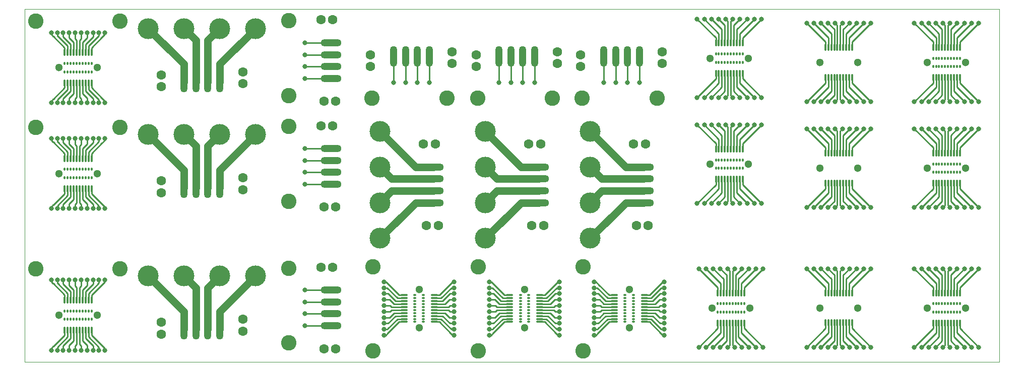
<source format=gbr>
G04 #@! TF.GenerationSoftware,KiCad,Pcbnew,(5.1.4)-1*
G04 #@! TF.CreationDate,2019-11-22T14:34:32-08:00*
G04 #@! TF.ProjectId,Type1 Termination Board v2 (UMPT_ TLH),54797065-3120-4546-9572-6d696e617469,rev?*
G04 #@! TF.SameCoordinates,Original*
G04 #@! TF.FileFunction,Copper,L1,Top*
G04 #@! TF.FilePolarity,Positive*
%FSLAX46Y46*%
G04 Gerber Fmt 4.6, Leading zero omitted, Abs format (unit mm)*
G04 Created by KiCad (PCBNEW (5.1.4)-1) date 2019-11-22 14:34:32*
%MOMM*%
%LPD*%
G04 APERTURE LIST*
%ADD10C,0.050000*%
%ADD11O,0.300000X1.200000*%
%ADD12C,1.300000*%
%ADD13O,0.300000X0.600000*%
%ADD14O,0.600000X0.300000*%
%ADD15O,1.200000X0.300000*%
%ADD16C,2.600000*%
%ADD17O,1.250000X3.500000*%
%ADD18C,1.600000*%
%ADD19C,3.500000*%
%ADD20O,3.500000X1.250000*%
%ADD21C,0.800000*%
%ADD22C,0.250000*%
%ADD23C,1.250000*%
G04 APERTURE END LIST*
D10*
X175900000Y-70700000D02*
X175900000Y-71500000D01*
X12100000Y-71500000D02*
X12100000Y-12100000D01*
X175900000Y-71500000D02*
X12100000Y-71500000D01*
X175900000Y-12100000D02*
X175900000Y-70700000D01*
X12100000Y-12100000D02*
X175900000Y-12100000D01*
D11*
X147150000Y-18575000D03*
X149650000Y-18575000D03*
X148150000Y-18575000D03*
X148150000Y-23625000D03*
X151150000Y-18575000D03*
X147650000Y-23625000D03*
X148650000Y-23625000D03*
X149150000Y-23625000D03*
X146650000Y-18575000D03*
X151150000Y-23625000D03*
X150650000Y-23625000D03*
X148650000Y-18575000D03*
X147150000Y-23625000D03*
X150650000Y-18575000D03*
X146650000Y-23625000D03*
D12*
X145700000Y-21100000D03*
D11*
X150150000Y-18575000D03*
X149150000Y-18575000D03*
D12*
X152100000Y-21100000D03*
D11*
X147650000Y-18575000D03*
X149650000Y-23625000D03*
X150150000Y-23625000D03*
X147150000Y-36375000D03*
X149650000Y-36375000D03*
X148150000Y-36375000D03*
X148150000Y-41425000D03*
X151150000Y-36375000D03*
X147650000Y-41425000D03*
X148650000Y-41425000D03*
X149150000Y-41425000D03*
X146650000Y-36375000D03*
X151150000Y-41425000D03*
X150650000Y-41425000D03*
X148650000Y-36375000D03*
X147150000Y-41425000D03*
X150650000Y-36375000D03*
X146650000Y-41425000D03*
D12*
X145700000Y-38900000D03*
D11*
X150150000Y-36375000D03*
X149150000Y-36375000D03*
D12*
X152100000Y-38900000D03*
D11*
X147650000Y-36375000D03*
X149650000Y-41425000D03*
X150150000Y-41425000D03*
X147150000Y-59875000D03*
X149650000Y-59875000D03*
X148150000Y-59875000D03*
X148150000Y-64925000D03*
X151150000Y-59875000D03*
X147650000Y-64925000D03*
X148650000Y-64925000D03*
X149150000Y-64925000D03*
X146650000Y-59875000D03*
X151150000Y-64925000D03*
X150650000Y-64925000D03*
X148650000Y-59875000D03*
X147150000Y-64925000D03*
X150650000Y-59875000D03*
X146650000Y-64925000D03*
D12*
X145700000Y-62400000D03*
D11*
X150150000Y-59875000D03*
X149150000Y-59875000D03*
D12*
X152100000Y-62400000D03*
D11*
X147650000Y-59875000D03*
X149650000Y-64925000D03*
X150150000Y-64925000D03*
D13*
X166250000Y-63100000D03*
X167750000Y-63100000D03*
X168250000Y-63100000D03*
X165750000Y-63100000D03*
D11*
X166250000Y-64950000D03*
X165250000Y-64950000D03*
D13*
X169250000Y-63100000D03*
D11*
X168250000Y-59850000D03*
X168750000Y-59850000D03*
X166750000Y-64950000D03*
D13*
X165250000Y-63100000D03*
X168750000Y-63100000D03*
X164750000Y-63100000D03*
D11*
X167750000Y-59850000D03*
X166250000Y-59850000D03*
D13*
X167250000Y-63100000D03*
D11*
X167250000Y-59850000D03*
D13*
X169250000Y-61700000D03*
D11*
X166750000Y-59850000D03*
X167250000Y-64950000D03*
X164750000Y-59850000D03*
D12*
X170200000Y-62400000D03*
D11*
X165750000Y-64950000D03*
X165750000Y-59850000D03*
D13*
X168750000Y-61700000D03*
D12*
X163800000Y-62400000D03*
D11*
X165250000Y-59850000D03*
X169250000Y-64950000D03*
X168750000Y-64950000D03*
X168250000Y-64950000D03*
X167750000Y-64950000D03*
D13*
X166750000Y-63100000D03*
D11*
X164750000Y-64950000D03*
D13*
X165750000Y-61700000D03*
D11*
X169250000Y-59850000D03*
D13*
X166250000Y-61700000D03*
X167250000Y-61700000D03*
X164750000Y-61700000D03*
X166750000Y-61700000D03*
X167750000Y-61700000D03*
X168250000Y-61700000D03*
X165250000Y-61700000D03*
X166250000Y-39600000D03*
X167750000Y-39600000D03*
X168250000Y-39600000D03*
X165750000Y-39600000D03*
D11*
X166250000Y-41450000D03*
X165250000Y-41450000D03*
D13*
X169250000Y-39600000D03*
D11*
X168250000Y-36350000D03*
X168750000Y-36350000D03*
X166750000Y-41450000D03*
D13*
X165250000Y-39600000D03*
X168750000Y-39600000D03*
X164750000Y-39600000D03*
D11*
X167750000Y-36350000D03*
X166250000Y-36350000D03*
D13*
X167250000Y-39600000D03*
D11*
X167250000Y-36350000D03*
D13*
X169250000Y-38200000D03*
D11*
X166750000Y-36350000D03*
X167250000Y-41450000D03*
X164750000Y-36350000D03*
D12*
X170200000Y-38900000D03*
D11*
X165750000Y-41450000D03*
X165750000Y-36350000D03*
D13*
X168750000Y-38200000D03*
D12*
X163800000Y-38900000D03*
D11*
X165250000Y-36350000D03*
X169250000Y-41450000D03*
X168750000Y-41450000D03*
X168250000Y-41450000D03*
X167750000Y-41450000D03*
D13*
X166750000Y-39600000D03*
D11*
X164750000Y-41450000D03*
D13*
X165750000Y-38200000D03*
D11*
X169250000Y-36350000D03*
D13*
X166250000Y-38200000D03*
X167250000Y-38200000D03*
X164750000Y-38200000D03*
X166750000Y-38200000D03*
X167750000Y-38200000D03*
X168250000Y-38200000D03*
X165250000Y-38200000D03*
X166250000Y-21800000D03*
X167750000Y-21800000D03*
X168250000Y-21800000D03*
X165750000Y-21800000D03*
D11*
X166250000Y-23650000D03*
X165250000Y-23650000D03*
D13*
X169250000Y-21800000D03*
D11*
X168250000Y-18550000D03*
X168750000Y-18550000D03*
X166750000Y-23650000D03*
D13*
X165250000Y-21800000D03*
X168750000Y-21800000D03*
X164750000Y-21800000D03*
D11*
X167750000Y-18550000D03*
X166250000Y-18550000D03*
D13*
X167250000Y-21800000D03*
D11*
X167250000Y-18550000D03*
D13*
X169250000Y-20400000D03*
D11*
X166750000Y-18550000D03*
X167250000Y-23650000D03*
X164750000Y-18550000D03*
D12*
X170200000Y-21100000D03*
D11*
X165750000Y-23650000D03*
X165750000Y-18550000D03*
D13*
X168750000Y-20400000D03*
D12*
X163800000Y-21100000D03*
D11*
X165250000Y-18550000D03*
X169250000Y-23650000D03*
X168750000Y-23650000D03*
X168250000Y-23650000D03*
X167750000Y-23650000D03*
D13*
X166750000Y-21800000D03*
D11*
X164750000Y-23650000D03*
D13*
X165750000Y-20400000D03*
D11*
X169250000Y-18550000D03*
D13*
X166250000Y-20400000D03*
X167250000Y-20400000D03*
X164750000Y-20400000D03*
X166750000Y-20400000D03*
X167750000Y-20400000D03*
X168250000Y-20400000D03*
X165250000Y-20400000D03*
X130050000Y-63100000D03*
X131550000Y-63100000D03*
X132050000Y-63100000D03*
X129550000Y-63100000D03*
D11*
X130050000Y-64950000D03*
X129050000Y-64950000D03*
D13*
X133050000Y-63100000D03*
D11*
X132050000Y-59850000D03*
X132550000Y-59850000D03*
X130550000Y-64950000D03*
D13*
X129050000Y-63100000D03*
X132550000Y-63100000D03*
X128550000Y-63100000D03*
D11*
X131550000Y-59850000D03*
X130050000Y-59850000D03*
D13*
X131050000Y-63100000D03*
D11*
X131050000Y-59850000D03*
D13*
X133050000Y-61700000D03*
D11*
X130550000Y-59850000D03*
X131050000Y-64950000D03*
X128550000Y-59850000D03*
D12*
X134000000Y-62400000D03*
D11*
X129550000Y-64950000D03*
X129550000Y-59850000D03*
D13*
X132550000Y-61700000D03*
D12*
X127600000Y-62400000D03*
D11*
X129050000Y-59850000D03*
X133050000Y-64950000D03*
X132550000Y-64950000D03*
X132050000Y-64950000D03*
X131550000Y-64950000D03*
D13*
X130550000Y-63100000D03*
D11*
X128550000Y-64950000D03*
D13*
X129550000Y-61700000D03*
D11*
X133050000Y-59850000D03*
D13*
X130050000Y-61700000D03*
X131050000Y-61700000D03*
X128550000Y-61700000D03*
X130550000Y-61700000D03*
X131550000Y-61700000D03*
X132050000Y-61700000D03*
X129050000Y-61700000D03*
X131250000Y-37500000D03*
X129750000Y-37500000D03*
X129250000Y-37500000D03*
X131750000Y-37500000D03*
D11*
X131250000Y-35650000D03*
X132250000Y-35650000D03*
D13*
X128250000Y-37500000D03*
D11*
X129250000Y-40750000D03*
X128750000Y-40750000D03*
X130750000Y-35650000D03*
D13*
X132250000Y-37500000D03*
X128750000Y-37500000D03*
X132750000Y-37500000D03*
D11*
X129750000Y-40750000D03*
X131250000Y-40750000D03*
D13*
X130250000Y-37500000D03*
D11*
X130250000Y-40750000D03*
D13*
X128250000Y-38900000D03*
D11*
X130750000Y-40750000D03*
X130250000Y-35650000D03*
X132750000Y-40750000D03*
D12*
X127300000Y-38200000D03*
D11*
X131750000Y-35650000D03*
X131750000Y-40750000D03*
D13*
X128750000Y-38900000D03*
D12*
X133700000Y-38200000D03*
D11*
X132250000Y-40750000D03*
X128250000Y-35650000D03*
X128750000Y-35650000D03*
X129250000Y-35650000D03*
X129750000Y-35650000D03*
D13*
X130750000Y-37500000D03*
D11*
X132750000Y-35650000D03*
D13*
X131750000Y-38900000D03*
D11*
X128250000Y-40750000D03*
D13*
X131250000Y-38900000D03*
X130250000Y-38900000D03*
X132750000Y-38900000D03*
X130750000Y-38900000D03*
X129750000Y-38900000D03*
X129250000Y-38900000D03*
X132250000Y-38900000D03*
X131250000Y-19700000D03*
X129750000Y-19700000D03*
X129250000Y-19700000D03*
X131750000Y-19700000D03*
D11*
X131250000Y-17850000D03*
X132250000Y-17850000D03*
D13*
X128250000Y-19700000D03*
D11*
X129250000Y-22950000D03*
X128750000Y-22950000D03*
X130750000Y-17850000D03*
D13*
X132250000Y-19700000D03*
X128750000Y-19700000D03*
X132750000Y-19700000D03*
D11*
X129750000Y-22950000D03*
X131250000Y-22950000D03*
D13*
X130250000Y-19700000D03*
D11*
X130250000Y-22950000D03*
D13*
X128250000Y-21100000D03*
D11*
X130750000Y-22950000D03*
X130250000Y-17850000D03*
X132750000Y-22950000D03*
D12*
X127300000Y-20400000D03*
D11*
X131750000Y-17850000D03*
X131750000Y-22950000D03*
D13*
X128750000Y-21100000D03*
D12*
X133700000Y-20400000D03*
D11*
X132250000Y-22950000D03*
X128250000Y-17850000D03*
X128750000Y-17850000D03*
X129250000Y-17850000D03*
X129750000Y-17850000D03*
D13*
X130750000Y-19700000D03*
D11*
X132750000Y-17850000D03*
D13*
X131750000Y-21100000D03*
D11*
X128250000Y-22950000D03*
D13*
X131250000Y-21100000D03*
X130250000Y-21100000D03*
X132750000Y-21100000D03*
X130750000Y-21100000D03*
X129750000Y-21100000D03*
X129250000Y-21100000D03*
X132250000Y-21100000D03*
D14*
X114400000Y-63250000D03*
X114400000Y-61750000D03*
X114400000Y-61250000D03*
X114400000Y-63750000D03*
D15*
X116250000Y-63250000D03*
X116250000Y-64250000D03*
D14*
X114400000Y-60250000D03*
D15*
X111150000Y-61250000D03*
X111150000Y-60750000D03*
X116250000Y-62750000D03*
D14*
X114400000Y-64250000D03*
X114400000Y-60750000D03*
X114400000Y-64750000D03*
D15*
X111150000Y-61750000D03*
X111150000Y-63250000D03*
D14*
X114400000Y-62250000D03*
D15*
X111150000Y-62250000D03*
D14*
X113000000Y-60250000D03*
D15*
X111150000Y-62750000D03*
X116250000Y-62250000D03*
X111150000Y-64750000D03*
D12*
X113700000Y-59300000D03*
D15*
X116250000Y-63750000D03*
X111150000Y-63750000D03*
D14*
X113000000Y-60750000D03*
D12*
X113700000Y-65700000D03*
D15*
X111150000Y-64250000D03*
X116250000Y-60250000D03*
X116250000Y-60750000D03*
X116250000Y-61250000D03*
X116250000Y-61750000D03*
D14*
X114400000Y-62750000D03*
D15*
X116250000Y-64750000D03*
D14*
X113000000Y-63750000D03*
D15*
X111150000Y-60250000D03*
D14*
X113000000Y-63250000D03*
X113000000Y-62250000D03*
X113000000Y-64750000D03*
X113000000Y-62750000D03*
X113000000Y-61750000D03*
X113000000Y-61250000D03*
X113000000Y-64250000D03*
X96800000Y-63250000D03*
X96800000Y-61750000D03*
X96800000Y-61250000D03*
X96800000Y-63750000D03*
D15*
X98650000Y-63250000D03*
X98650000Y-64250000D03*
D14*
X96800000Y-60250000D03*
D15*
X93550000Y-61250000D03*
X93550000Y-60750000D03*
X98650000Y-62750000D03*
D14*
X96800000Y-64250000D03*
X96800000Y-60750000D03*
X96800000Y-64750000D03*
D15*
X93550000Y-61750000D03*
X93550000Y-63250000D03*
D14*
X96800000Y-62250000D03*
D15*
X93550000Y-62250000D03*
D14*
X95400000Y-60250000D03*
D15*
X93550000Y-62750000D03*
X98650000Y-62250000D03*
X93550000Y-64750000D03*
D12*
X96100000Y-59300000D03*
D15*
X98650000Y-63750000D03*
X93550000Y-63750000D03*
D14*
X95400000Y-60750000D03*
D12*
X96100000Y-65700000D03*
D15*
X93550000Y-64250000D03*
X98650000Y-60250000D03*
X98650000Y-60750000D03*
X98650000Y-61250000D03*
X98650000Y-61750000D03*
D14*
X96800000Y-62750000D03*
D15*
X98650000Y-64750000D03*
D14*
X95400000Y-63750000D03*
D15*
X93550000Y-60250000D03*
D14*
X95400000Y-63250000D03*
X95400000Y-62250000D03*
X95400000Y-64750000D03*
X95400000Y-62750000D03*
X95400000Y-61750000D03*
X95400000Y-61250000D03*
X95400000Y-64250000D03*
D13*
X20350000Y-22700000D03*
X21850000Y-22700000D03*
X22350000Y-22700000D03*
X19850000Y-22700000D03*
D11*
X20350000Y-24550000D03*
X19350000Y-24550000D03*
D13*
X23350000Y-22700000D03*
D11*
X22350000Y-19450000D03*
X22850000Y-19450000D03*
X20850000Y-24550000D03*
D13*
X19350000Y-22700000D03*
X22850000Y-22700000D03*
X18850000Y-22700000D03*
D11*
X21850000Y-19450000D03*
X20350000Y-19450000D03*
D13*
X21350000Y-22700000D03*
D11*
X21350000Y-19450000D03*
D13*
X23350000Y-21300000D03*
D11*
X20850000Y-19450000D03*
X21350000Y-24550000D03*
X18850000Y-19450000D03*
D12*
X24300000Y-22000000D03*
D11*
X19850000Y-24550000D03*
X19850000Y-19450000D03*
D13*
X22850000Y-21300000D03*
D12*
X17900000Y-22000000D03*
D11*
X19350000Y-19450000D03*
X23350000Y-24550000D03*
X22850000Y-24550000D03*
X22350000Y-24550000D03*
X21850000Y-24550000D03*
D13*
X20850000Y-22700000D03*
D11*
X18850000Y-24550000D03*
D13*
X19850000Y-21300000D03*
D11*
X23350000Y-19450000D03*
D13*
X20350000Y-21300000D03*
X21350000Y-21300000D03*
X18850000Y-21300000D03*
X20850000Y-21300000D03*
X21850000Y-21300000D03*
X22350000Y-21300000D03*
X19350000Y-21300000D03*
D14*
X79100000Y-63250000D03*
X79100000Y-61750000D03*
X79100000Y-61250000D03*
X79100000Y-63750000D03*
D15*
X80950000Y-63250000D03*
X80950000Y-64250000D03*
D14*
X79100000Y-60250000D03*
D15*
X75850000Y-61250000D03*
X75850000Y-60750000D03*
X80950000Y-62750000D03*
D14*
X79100000Y-64250000D03*
X79100000Y-60750000D03*
X79100000Y-64750000D03*
D15*
X75850000Y-61750000D03*
X75850000Y-63250000D03*
D14*
X79100000Y-62250000D03*
D15*
X75850000Y-62250000D03*
D14*
X77700000Y-60250000D03*
D15*
X75850000Y-62750000D03*
X80950000Y-62250000D03*
X75850000Y-64750000D03*
D12*
X78400000Y-59300000D03*
D15*
X80950000Y-63750000D03*
X75850000Y-63750000D03*
D14*
X77700000Y-60750000D03*
D12*
X78400000Y-65700000D03*
D15*
X75850000Y-64250000D03*
X80950000Y-60250000D03*
X80950000Y-60750000D03*
X80950000Y-61250000D03*
X80950000Y-61750000D03*
D14*
X79100000Y-62750000D03*
D15*
X80950000Y-64750000D03*
D14*
X77700000Y-63750000D03*
D15*
X75850000Y-60250000D03*
D14*
X77700000Y-63250000D03*
X77700000Y-62250000D03*
X77700000Y-64750000D03*
X77700000Y-62750000D03*
X77700000Y-61750000D03*
X77700000Y-61250000D03*
X77700000Y-64250000D03*
D13*
X20350000Y-40500000D03*
X21850000Y-40500000D03*
X22350000Y-40500000D03*
X19850000Y-40500000D03*
D11*
X20350000Y-42350000D03*
X19350000Y-42350000D03*
D13*
X23350000Y-40500000D03*
D11*
X22350000Y-37250000D03*
X22850000Y-37250000D03*
X20850000Y-42350000D03*
D13*
X19350000Y-40500000D03*
X22850000Y-40500000D03*
X18850000Y-40500000D03*
D11*
X21850000Y-37250000D03*
X20350000Y-37250000D03*
D13*
X21350000Y-40500000D03*
D11*
X21350000Y-37250000D03*
D13*
X23350000Y-39100000D03*
D11*
X20850000Y-37250000D03*
X21350000Y-42350000D03*
X18850000Y-37250000D03*
D12*
X24300000Y-39800000D03*
D11*
X19850000Y-42350000D03*
X19850000Y-37250000D03*
D13*
X22850000Y-39100000D03*
D12*
X17900000Y-39800000D03*
D11*
X19350000Y-37250000D03*
X23350000Y-42350000D03*
X22850000Y-42350000D03*
X22350000Y-42350000D03*
X21850000Y-42350000D03*
D13*
X20850000Y-40500000D03*
D11*
X18850000Y-42350000D03*
D13*
X19850000Y-39100000D03*
D11*
X23350000Y-37250000D03*
D13*
X20350000Y-39100000D03*
X21350000Y-39100000D03*
X18850000Y-39100000D03*
X20850000Y-39100000D03*
X21850000Y-39100000D03*
X22350000Y-39100000D03*
X19350000Y-39100000D03*
X20350000Y-64300000D03*
X21850000Y-64300000D03*
X22350000Y-64300000D03*
X19850000Y-64300000D03*
D11*
X20350000Y-66150000D03*
X19350000Y-66150000D03*
D13*
X23350000Y-64300000D03*
D11*
X22350000Y-61050000D03*
X22850000Y-61050000D03*
X20850000Y-66150000D03*
D13*
X19350000Y-64300000D03*
X22850000Y-64300000D03*
X18850000Y-64300000D03*
D11*
X21850000Y-61050000D03*
X20350000Y-61050000D03*
D13*
X21350000Y-64300000D03*
D11*
X21350000Y-61050000D03*
D13*
X23350000Y-62900000D03*
D11*
X20850000Y-61050000D03*
X21350000Y-66150000D03*
X18850000Y-61050000D03*
D12*
X24300000Y-63600000D03*
D11*
X19850000Y-66150000D03*
X19850000Y-61050000D03*
D13*
X22850000Y-62900000D03*
D12*
X17900000Y-63600000D03*
D11*
X19350000Y-61050000D03*
X23350000Y-66150000D03*
X22850000Y-66150000D03*
X22350000Y-66150000D03*
X21850000Y-66150000D03*
D13*
X20850000Y-64300000D03*
D11*
X18850000Y-66150000D03*
D13*
X19850000Y-62900000D03*
D11*
X23350000Y-61050000D03*
D13*
X20350000Y-62900000D03*
X21350000Y-62900000D03*
X18850000Y-62900000D03*
X20850000Y-62900000D03*
X21850000Y-62900000D03*
X22350000Y-62900000D03*
X19350000Y-62900000D03*
D16*
X105800000Y-27100000D03*
D17*
X109400000Y-20100000D03*
X111400000Y-20100000D03*
X113400000Y-20100000D03*
X115400000Y-20100000D03*
D18*
X105550000Y-21800000D03*
X105550000Y-19800000D03*
X119250000Y-21300000D03*
X119250000Y-19300000D03*
D19*
X107100000Y-32700000D03*
D20*
X116100000Y-38700000D03*
X116100000Y-40700000D03*
X116100000Y-42700000D03*
X116100000Y-44700000D03*
D18*
X114400000Y-34850000D03*
X116400000Y-34850000D03*
X114900000Y-48550000D03*
X116900000Y-48550000D03*
D16*
X105900000Y-55500000D03*
X105900000Y-69600000D03*
X118400000Y-27100000D03*
D19*
X107100000Y-44700000D03*
X107100000Y-50700000D03*
X107100000Y-38700000D03*
D16*
X88200000Y-27100000D03*
D17*
X91800000Y-20100000D03*
X93800000Y-20100000D03*
X95800000Y-20100000D03*
X97800000Y-20100000D03*
D18*
X87950000Y-21800000D03*
X87950000Y-19800000D03*
X101650000Y-21300000D03*
X101650000Y-19300000D03*
D19*
X89500000Y-32700000D03*
D20*
X98500000Y-38700000D03*
X98500000Y-40700000D03*
X98500000Y-42700000D03*
X98500000Y-44700000D03*
D18*
X96800000Y-34850000D03*
X98800000Y-34850000D03*
X97300000Y-48550000D03*
X99300000Y-48550000D03*
D16*
X88300000Y-55500000D03*
X88300000Y-69600000D03*
X100800000Y-27100000D03*
D19*
X89500000Y-44700000D03*
X89500000Y-50700000D03*
X89500000Y-38700000D03*
D16*
X56500000Y-14100000D03*
D20*
X63600000Y-17800000D03*
X63600000Y-19800000D03*
X63600000Y-21800000D03*
X63600000Y-23800000D03*
D18*
X61900000Y-13950000D03*
X63900000Y-13950000D03*
X62400000Y-27650000D03*
X64400000Y-27650000D03*
D19*
X50900000Y-15400000D03*
D17*
X44900000Y-24400000D03*
X42900000Y-24400000D03*
X40900000Y-24400000D03*
X38900000Y-24400000D03*
D18*
X48750000Y-22700000D03*
X48750000Y-24700000D03*
X35050000Y-23200000D03*
X35050000Y-25200000D03*
D16*
X28100000Y-14200000D03*
X14000000Y-14200000D03*
X56500000Y-26700000D03*
D19*
X38900000Y-15400000D03*
X32900000Y-15400000D03*
X44900000Y-15400000D03*
D16*
X70500000Y-27100000D03*
D17*
X74100000Y-20100000D03*
X76100000Y-20100000D03*
X78100000Y-20100000D03*
X80100000Y-20100000D03*
D18*
X70250000Y-21800000D03*
X70250000Y-19800000D03*
X83950000Y-21300000D03*
X83950000Y-19300000D03*
D19*
X71800000Y-32700000D03*
D20*
X80800000Y-38700000D03*
X80800000Y-40700000D03*
X80800000Y-42700000D03*
X80800000Y-44700000D03*
D18*
X79100000Y-34850000D03*
X81100000Y-34850000D03*
X79600000Y-48550000D03*
X81600000Y-48550000D03*
D16*
X70600000Y-55500000D03*
X70600000Y-69600000D03*
X83100000Y-27100000D03*
D19*
X71800000Y-44700000D03*
X71800000Y-50700000D03*
X71800000Y-38700000D03*
D16*
X56500000Y-31900000D03*
D20*
X63600000Y-35600000D03*
X63600000Y-37600000D03*
X63600000Y-39600000D03*
X63600000Y-41600000D03*
D18*
X61900000Y-31750000D03*
X63900000Y-31750000D03*
X62400000Y-45450000D03*
X64400000Y-45450000D03*
D19*
X50900000Y-33200000D03*
D17*
X44900000Y-42200000D03*
X42900000Y-42200000D03*
X40900000Y-42200000D03*
X38900000Y-42200000D03*
D18*
X48750000Y-40500000D03*
X48750000Y-42500000D03*
X35050000Y-41000000D03*
X35050000Y-43000000D03*
D16*
X28100000Y-32000000D03*
X14000000Y-32000000D03*
X56500000Y-44500000D03*
D19*
X38900000Y-33200000D03*
X32900000Y-33200000D03*
X44900000Y-33200000D03*
D16*
X56500000Y-55700000D03*
D20*
X63600000Y-59400000D03*
X63600000Y-61400000D03*
X63600000Y-63400000D03*
X63600000Y-65400000D03*
D18*
X61900000Y-55550000D03*
X63900000Y-55550000D03*
X62400000Y-69250000D03*
X64400000Y-69250000D03*
D19*
X50900000Y-57000000D03*
D17*
X44900000Y-66000000D03*
X42900000Y-66000000D03*
X40900000Y-66000000D03*
X38900000Y-66000000D03*
D18*
X48750000Y-64300000D03*
X48750000Y-66300000D03*
X35050000Y-64800000D03*
X35050000Y-66800000D03*
D16*
X28100000Y-55800000D03*
X14000000Y-55800000D03*
X56500000Y-68300000D03*
D19*
X38900000Y-57000000D03*
X32900000Y-57000000D03*
X44900000Y-57000000D03*
D21*
X18600000Y-69500000D03*
X23600000Y-69500000D03*
X59200000Y-59400000D03*
X20600000Y-69500000D03*
X24600000Y-69500000D03*
X24600000Y-57700000D03*
X16600000Y-69500000D03*
X19600000Y-57700000D03*
X17600000Y-57700000D03*
X25600000Y-57700000D03*
X59200000Y-65400000D03*
X21600000Y-69500000D03*
X25600000Y-69500000D03*
X22600000Y-69500000D03*
X19600000Y-69500000D03*
X23600000Y-57700000D03*
X20600000Y-57700000D03*
X18600000Y-57700000D03*
X59200000Y-61400000D03*
X22600000Y-57700000D03*
X16600000Y-57700000D03*
X17600000Y-69500000D03*
X59200000Y-63400000D03*
X21600000Y-57700000D03*
X18600000Y-45700000D03*
X23600000Y-45700000D03*
X59200000Y-35600000D03*
X20600000Y-45700000D03*
X24600000Y-45700000D03*
X24600000Y-33900000D03*
X16600000Y-45700000D03*
X19600000Y-33900000D03*
X17600000Y-33900000D03*
X25600000Y-33900000D03*
X59200000Y-41600000D03*
X21600000Y-45700000D03*
X25600000Y-45700000D03*
X22600000Y-45700000D03*
X19600000Y-45700000D03*
X23600000Y-33900000D03*
X20600000Y-33900000D03*
X18600000Y-33900000D03*
X59200000Y-37600000D03*
X22600000Y-33900000D03*
X16600000Y-33900000D03*
X17600000Y-45700000D03*
X59200000Y-39600000D03*
X21600000Y-33900000D03*
X84300000Y-65000000D03*
X84300000Y-60000000D03*
X74100000Y-24500000D03*
X84300000Y-63000000D03*
X84300000Y-59000000D03*
X72500000Y-59000000D03*
X84300000Y-67000000D03*
X72500000Y-64000000D03*
X72500000Y-66000000D03*
X72500000Y-58000000D03*
X80100000Y-24500000D03*
X84300000Y-62000000D03*
X84300000Y-58000000D03*
X84300000Y-61000000D03*
X84300000Y-64000000D03*
X72500000Y-60000000D03*
X72500000Y-63000000D03*
X72500000Y-65000000D03*
X76100000Y-24500000D03*
X72500000Y-61000000D03*
X72500000Y-67000000D03*
X84300000Y-66000000D03*
X78100000Y-24500000D03*
X72500000Y-62000000D03*
X18600000Y-27900000D03*
X23600000Y-27900000D03*
X59200000Y-17800000D03*
X20600000Y-27900000D03*
X24600000Y-27900000D03*
X24600000Y-16100000D03*
X16600000Y-27900000D03*
X19600000Y-16100000D03*
X17600000Y-16100000D03*
X25600000Y-16100000D03*
X59200000Y-23800000D03*
X21600000Y-27900000D03*
X25600000Y-27900000D03*
X22600000Y-27900000D03*
X19600000Y-27900000D03*
X23600000Y-16100000D03*
X20600000Y-16100000D03*
X18600000Y-16100000D03*
X59200000Y-19800000D03*
X22600000Y-16100000D03*
X16600000Y-16100000D03*
X17600000Y-27900000D03*
X59200000Y-21800000D03*
X21600000Y-16100000D03*
X102000000Y-65000000D03*
X102000000Y-60000000D03*
X91800000Y-24500000D03*
X102000000Y-63000000D03*
X102000000Y-59000000D03*
X90200000Y-59000000D03*
X102000000Y-67000000D03*
X90200000Y-64000000D03*
X90200000Y-66000000D03*
X90200000Y-58000000D03*
X97800000Y-24500000D03*
X102000000Y-62000000D03*
X102000000Y-58000000D03*
X102000000Y-61000000D03*
X102000000Y-64000000D03*
X90200000Y-60000000D03*
X90200000Y-63000000D03*
X90200000Y-65000000D03*
X93800000Y-24500000D03*
X90200000Y-61000000D03*
X90200000Y-67000000D03*
X102000000Y-66000000D03*
X95800000Y-24500000D03*
X90200000Y-62000000D03*
X119600000Y-65000000D03*
X119600000Y-60000000D03*
X109400000Y-24500000D03*
X119600000Y-63000000D03*
X119600000Y-59000000D03*
X107800000Y-59000000D03*
X119600000Y-67000000D03*
X107800000Y-64000000D03*
X107800000Y-66000000D03*
X107800000Y-58000000D03*
X115400000Y-24500000D03*
X119600000Y-62000000D03*
X119600000Y-58000000D03*
X119600000Y-61000000D03*
X119600000Y-64000000D03*
X107800000Y-60000000D03*
X107800000Y-63000000D03*
X107800000Y-65000000D03*
X111400000Y-24500000D03*
X107800000Y-61000000D03*
X107800000Y-67000000D03*
X119600000Y-66000000D03*
X113400000Y-24500000D03*
X107800000Y-62000000D03*
X133500000Y-13800000D03*
X134700000Y-13800000D03*
X126300000Y-13800000D03*
X135900000Y-13800000D03*
X125100000Y-13800000D03*
X129900000Y-13800000D03*
X131100000Y-13800000D03*
X132300000Y-13800000D03*
X127500000Y-13800000D03*
X128700000Y-13800000D03*
X127500000Y-27000000D03*
X126300000Y-27000000D03*
X133500000Y-27000000D03*
X131100000Y-27000000D03*
X134700000Y-27000000D03*
X135900000Y-27000000D03*
X125100000Y-27000000D03*
X129900000Y-27000000D03*
X132300000Y-27000000D03*
X128700000Y-27000000D03*
X133500000Y-31600000D03*
X134700000Y-31600000D03*
X126300000Y-31600000D03*
X135900000Y-31600000D03*
X125100000Y-31600000D03*
X129900000Y-31600000D03*
X131100000Y-31600000D03*
X132300000Y-31600000D03*
X127500000Y-31600000D03*
X128700000Y-31600000D03*
X127500000Y-44800000D03*
X126300000Y-44800000D03*
X133500000Y-44800000D03*
X131100000Y-44800000D03*
X134700000Y-44800000D03*
X135900000Y-44800000D03*
X125100000Y-44800000D03*
X129900000Y-44800000D03*
X132300000Y-44800000D03*
X128700000Y-44800000D03*
X127800000Y-69000000D03*
X126600000Y-69000000D03*
X135000000Y-69000000D03*
X125400000Y-69000000D03*
X136200000Y-69000000D03*
X131400000Y-69000000D03*
X130200000Y-69000000D03*
X129000000Y-69000000D03*
X133800000Y-69000000D03*
X132600000Y-69000000D03*
X133800000Y-55800000D03*
X135000000Y-55800000D03*
X127800000Y-55800000D03*
X130200000Y-55800000D03*
X126600000Y-55800000D03*
X125400000Y-55800000D03*
X136200000Y-55800000D03*
X131400000Y-55800000D03*
X129000000Y-55800000D03*
X132600000Y-55800000D03*
X164000000Y-27700000D03*
X162800000Y-27700000D03*
X171200000Y-27700000D03*
X161600000Y-27700000D03*
X172400000Y-27700000D03*
X167600000Y-27700000D03*
X166400000Y-27700000D03*
X165200000Y-27700000D03*
X170000000Y-27700000D03*
X168800000Y-27700000D03*
X170000000Y-14500000D03*
X171200000Y-14500000D03*
X164000000Y-14500000D03*
X166400000Y-14500000D03*
X162800000Y-14500000D03*
X161600000Y-14500000D03*
X172400000Y-14500000D03*
X167600000Y-14500000D03*
X165200000Y-14500000D03*
X168800000Y-14500000D03*
X164000000Y-45500000D03*
X162800000Y-45500000D03*
X171200000Y-45500000D03*
X161600000Y-45500000D03*
X172400000Y-45500000D03*
X167600000Y-45500000D03*
X166400000Y-45500000D03*
X165200000Y-45500000D03*
X170000000Y-45500000D03*
X168800000Y-45500000D03*
X170000000Y-32300000D03*
X171200000Y-32300000D03*
X164000000Y-32300000D03*
X166400000Y-32300000D03*
X162800000Y-32300000D03*
X161600000Y-32300000D03*
X172400000Y-32300000D03*
X167600000Y-32300000D03*
X165200000Y-32300000D03*
X168800000Y-32300000D03*
X164000000Y-69000000D03*
X162800000Y-69000000D03*
X171200000Y-69000000D03*
X161600000Y-69000000D03*
X172400000Y-69000000D03*
X167600000Y-69000000D03*
X166400000Y-69000000D03*
X165200000Y-69000000D03*
X170000000Y-69000000D03*
X168800000Y-69000000D03*
X170000000Y-55800000D03*
X171200000Y-55800000D03*
X164000000Y-55800000D03*
X166400000Y-55800000D03*
X162800000Y-55800000D03*
X161600000Y-55800000D03*
X172400000Y-55800000D03*
X167600000Y-55800000D03*
X165200000Y-55800000D03*
X168800000Y-55800000D03*
X148300000Y-55800000D03*
X143500000Y-69000000D03*
X148300000Y-69000000D03*
X147100000Y-55800000D03*
X145900000Y-69000000D03*
X151900000Y-69000000D03*
X144700000Y-55800000D03*
X144700000Y-69000000D03*
X150700000Y-69000000D03*
X153100000Y-69000000D03*
X153100000Y-55800000D03*
X149500000Y-69000000D03*
X147100000Y-69000000D03*
X145900000Y-55800000D03*
X149500000Y-55800000D03*
X143500000Y-55800000D03*
X150700000Y-55800000D03*
X154300000Y-55800000D03*
X154300000Y-69000000D03*
X151900000Y-55800000D03*
X148300000Y-32300000D03*
X143500000Y-45500000D03*
X148300000Y-45500000D03*
X147100000Y-32300000D03*
X145900000Y-45500000D03*
X151900000Y-45500000D03*
X144700000Y-32300000D03*
X144700000Y-45500000D03*
X150700000Y-45500000D03*
X153100000Y-45500000D03*
X153100000Y-32300000D03*
X149500000Y-45500000D03*
X147100000Y-45500000D03*
X145900000Y-32300000D03*
X149500000Y-32300000D03*
X143500000Y-32300000D03*
X150700000Y-32300000D03*
X154300000Y-32300000D03*
X154300000Y-45500000D03*
X151900000Y-32300000D03*
X148300000Y-14500000D03*
X143500000Y-27700000D03*
X148300000Y-27700000D03*
X147100000Y-14500000D03*
X145900000Y-27700000D03*
X151900000Y-27700000D03*
X144700000Y-14500000D03*
X144700000Y-27700000D03*
X150700000Y-27700000D03*
X153100000Y-27700000D03*
X153100000Y-14500000D03*
X149500000Y-27700000D03*
X147100000Y-27700000D03*
X145900000Y-14500000D03*
X149500000Y-14500000D03*
X143500000Y-14500000D03*
X150700000Y-14500000D03*
X154300000Y-14500000D03*
X154300000Y-27700000D03*
X151900000Y-14500000D03*
D22*
X25075000Y-58500000D02*
X25100000Y-58500000D01*
X21850000Y-66125000D02*
X21850000Y-67950000D01*
X16900000Y-68900000D02*
X16600000Y-69200000D01*
X22350000Y-66125000D02*
X22350000Y-67550000D01*
X17600000Y-69000000D02*
X17600000Y-69500000D01*
X25075000Y-68700000D02*
X25100000Y-68700000D01*
X21350000Y-66125000D02*
X21350000Y-68550000D01*
X20600000Y-68800000D02*
X20600000Y-69500000D01*
X20350000Y-66125000D02*
X20350000Y-67950000D01*
X23350000Y-61075000D02*
X23350000Y-60225000D01*
X16925000Y-68900000D02*
X16900000Y-68900000D01*
X22850000Y-67250000D02*
X24600000Y-69000000D01*
X19850000Y-66125000D02*
X19850000Y-67550000D01*
X19350000Y-67250000D02*
X17600000Y-69000000D01*
X16600000Y-69200000D02*
X16600000Y-69500000D01*
X21350000Y-68550000D02*
X21600000Y-68800000D01*
X22850000Y-66125000D02*
X22850000Y-67250000D01*
X20850000Y-68550000D02*
X20600000Y-68800000D01*
X19850000Y-67550000D02*
X18600000Y-68800000D01*
X22350000Y-61075000D02*
X22350000Y-59650000D01*
X23600000Y-58400000D02*
X23600000Y-57700000D01*
X22850000Y-61075000D02*
X22850000Y-59950000D01*
X18600000Y-68800000D02*
X18600000Y-69500000D01*
X18850000Y-66125000D02*
X18850000Y-66975000D01*
X63600000Y-63400000D02*
X61600000Y-63400000D01*
X19350000Y-59950000D02*
X17700000Y-58300000D01*
X18850000Y-61075000D02*
X18850000Y-60225000D01*
X20600000Y-58700000D02*
X20600000Y-57700000D01*
X61600000Y-63400000D02*
X59200000Y-63400000D01*
X19850000Y-59650000D02*
X18600000Y-58400000D01*
X20350000Y-59350000D02*
X19600000Y-58600000D01*
X18850000Y-60225000D02*
X16925000Y-58300000D01*
X18850000Y-66975000D02*
X16925000Y-68900000D01*
X21600000Y-68800000D02*
X21600000Y-69500000D01*
X25600000Y-69200000D02*
X25600000Y-69500000D01*
X21600000Y-58700000D02*
X21600000Y-57700000D01*
X19850000Y-61075000D02*
X19850000Y-59650000D01*
X22600000Y-68700000D02*
X22600000Y-69500000D01*
X23350000Y-66975000D02*
X25075000Y-68700000D01*
X19350000Y-66125000D02*
X19350000Y-67250000D01*
X16600000Y-58000000D02*
X16600000Y-57700000D01*
X22350000Y-67550000D02*
X23600000Y-68800000D01*
X21850000Y-59350000D02*
X22600000Y-58600000D01*
X21350000Y-61075000D02*
X21350000Y-58950000D01*
X16925000Y-58300000D02*
X16900000Y-58300000D01*
X63600000Y-59400000D02*
X60000000Y-59400000D01*
X21850000Y-67950000D02*
X22600000Y-68700000D01*
X23600000Y-68800000D02*
X23600000Y-69500000D01*
X19600000Y-58600000D02*
X19600000Y-57700000D01*
X17600000Y-58265685D02*
X17600000Y-57700000D01*
X63600000Y-61400000D02*
X60100000Y-61400000D01*
X20850000Y-58950000D02*
X20600000Y-58700000D01*
X21850000Y-61075000D02*
X21850000Y-59350000D01*
X17634315Y-58300000D02*
X17600000Y-58265685D01*
X23350000Y-66125000D02*
X23350000Y-66975000D01*
X19350000Y-61075000D02*
X19350000Y-59950000D01*
X63600000Y-65400000D02*
X60100000Y-65400000D01*
X22600000Y-58600000D02*
X22600000Y-57700000D01*
X22850000Y-59950000D02*
X24600000Y-58200000D01*
X20850000Y-61075000D02*
X20850000Y-58950000D01*
X24600000Y-58200000D02*
X24600000Y-57700000D01*
X23350000Y-60225000D02*
X25075000Y-58500000D01*
X21350000Y-58950000D02*
X21600000Y-58700000D01*
X16900000Y-58300000D02*
X16600000Y-58000000D01*
X17700000Y-58300000D02*
X17634315Y-58300000D01*
X20350000Y-67950000D02*
X19600000Y-68700000D01*
X24600000Y-69000000D02*
X24600000Y-69500000D01*
X18600000Y-58400000D02*
X18600000Y-57700000D01*
X20350000Y-61075000D02*
X20350000Y-59350000D01*
X20850000Y-66125000D02*
X20850000Y-68550000D01*
X25100000Y-68700000D02*
X25600000Y-69200000D01*
X22350000Y-59650000D02*
X23600000Y-58400000D01*
X25600000Y-58000000D02*
X25600000Y-57700000D01*
X25100000Y-58500000D02*
X25600000Y-58000000D01*
X19600000Y-68700000D02*
X19600000Y-69500000D01*
D23*
X40900000Y-66000000D02*
X40900000Y-59000000D01*
X40900000Y-59000000D02*
X38900000Y-57000000D01*
X44900000Y-66000000D02*
X44900000Y-63000000D01*
X42900000Y-59000000D02*
X44900000Y-57000000D01*
X42900000Y-66000000D02*
X42900000Y-59000000D01*
X38900000Y-66000000D02*
X38900000Y-63000000D01*
X38900000Y-63000000D02*
X32900000Y-57000000D01*
X44900000Y-63000000D02*
X50900000Y-57000000D01*
D22*
X60000000Y-59400000D02*
X59200000Y-59400000D01*
X60100000Y-65400000D02*
X59200000Y-65400000D01*
X60100000Y-61400000D02*
X59200000Y-61400000D01*
X25075000Y-34700000D02*
X25100000Y-34700000D01*
X21850000Y-42325000D02*
X21850000Y-44150000D01*
X16900000Y-45100000D02*
X16600000Y-45400000D01*
X22350000Y-42325000D02*
X22350000Y-43750000D01*
X17600000Y-45200000D02*
X17600000Y-45700000D01*
X25075000Y-44900000D02*
X25100000Y-44900000D01*
X21350000Y-42325000D02*
X21350000Y-44750000D01*
X20600000Y-45000000D02*
X20600000Y-45700000D01*
X20350000Y-42325000D02*
X20350000Y-44150000D01*
X23350000Y-37275000D02*
X23350000Y-36425000D01*
X16925000Y-45100000D02*
X16900000Y-45100000D01*
X22850000Y-43450000D02*
X24600000Y-45200000D01*
X19850000Y-42325000D02*
X19850000Y-43750000D01*
X19350000Y-43450000D02*
X17600000Y-45200000D01*
X16600000Y-45400000D02*
X16600000Y-45700000D01*
X21350000Y-44750000D02*
X21600000Y-45000000D01*
X22850000Y-42325000D02*
X22850000Y-43450000D01*
X20850000Y-44750000D02*
X20600000Y-45000000D01*
X19850000Y-43750000D02*
X18600000Y-45000000D01*
X22350000Y-37275000D02*
X22350000Y-35850000D01*
X23600000Y-34600000D02*
X23600000Y-33900000D01*
X22850000Y-37275000D02*
X22850000Y-36150000D01*
X18600000Y-45000000D02*
X18600000Y-45700000D01*
X18850000Y-42325000D02*
X18850000Y-43175000D01*
X63600000Y-39600000D02*
X61600000Y-39600000D01*
X19350000Y-36150000D02*
X17700000Y-34500000D01*
X18850000Y-37275000D02*
X18850000Y-36425000D01*
X20600000Y-34900000D02*
X20600000Y-33900000D01*
X61600000Y-39600000D02*
X59200000Y-39600000D01*
X19850000Y-35850000D02*
X18600000Y-34600000D01*
X20350000Y-35550000D02*
X19600000Y-34800000D01*
X18850000Y-36425000D02*
X16925000Y-34500000D01*
X18850000Y-43175000D02*
X16925000Y-45100000D01*
X21600000Y-45000000D02*
X21600000Y-45700000D01*
X25600000Y-45400000D02*
X25600000Y-45700000D01*
X21600000Y-34900000D02*
X21600000Y-33900000D01*
X19850000Y-37275000D02*
X19850000Y-35850000D01*
X22600000Y-44900000D02*
X22600000Y-45700000D01*
X23350000Y-43175000D02*
X25075000Y-44900000D01*
X19350000Y-42325000D02*
X19350000Y-43450000D01*
X16600000Y-34200000D02*
X16600000Y-33900000D01*
X22350000Y-43750000D02*
X23600000Y-45000000D01*
X21850000Y-35550000D02*
X22600000Y-34800000D01*
X21350000Y-37275000D02*
X21350000Y-35150000D01*
X16925000Y-34500000D02*
X16900000Y-34500000D01*
X63600000Y-35600000D02*
X60000000Y-35600000D01*
X21850000Y-44150000D02*
X22600000Y-44900000D01*
X23600000Y-45000000D02*
X23600000Y-45700000D01*
X19600000Y-34800000D02*
X19600000Y-33900000D01*
X17600000Y-34465685D02*
X17600000Y-33900000D01*
X63600000Y-37600000D02*
X60100000Y-37600000D01*
X20850000Y-35150000D02*
X20600000Y-34900000D01*
X21850000Y-37275000D02*
X21850000Y-35550000D01*
X17634315Y-34500000D02*
X17600000Y-34465685D01*
X23350000Y-42325000D02*
X23350000Y-43175000D01*
X19350000Y-37275000D02*
X19350000Y-36150000D01*
X63600000Y-41600000D02*
X60100000Y-41600000D01*
X22600000Y-34800000D02*
X22600000Y-33900000D01*
X22850000Y-36150000D02*
X24600000Y-34400000D01*
X20850000Y-37275000D02*
X20850000Y-35150000D01*
X24600000Y-34400000D02*
X24600000Y-33900000D01*
X23350000Y-36425000D02*
X25075000Y-34700000D01*
X21350000Y-35150000D02*
X21600000Y-34900000D01*
X16900000Y-34500000D02*
X16600000Y-34200000D01*
X17700000Y-34500000D02*
X17634315Y-34500000D01*
X20350000Y-44150000D02*
X19600000Y-44900000D01*
X24600000Y-45200000D02*
X24600000Y-45700000D01*
X18600000Y-34600000D02*
X18600000Y-33900000D01*
X20350000Y-37275000D02*
X20350000Y-35550000D01*
X20850000Y-42325000D02*
X20850000Y-44750000D01*
X25100000Y-44900000D02*
X25600000Y-45400000D01*
X22350000Y-35850000D02*
X23600000Y-34600000D01*
X25600000Y-34200000D02*
X25600000Y-33900000D01*
X25100000Y-34700000D02*
X25600000Y-34200000D01*
X19600000Y-44900000D02*
X19600000Y-45700000D01*
D23*
X40900000Y-42200000D02*
X40900000Y-35200000D01*
X40900000Y-35200000D02*
X38900000Y-33200000D01*
X44900000Y-42200000D02*
X44900000Y-39200000D01*
X42900000Y-35200000D02*
X44900000Y-33200000D01*
X42900000Y-42200000D02*
X42900000Y-35200000D01*
X38900000Y-42200000D02*
X38900000Y-39200000D01*
X38900000Y-39200000D02*
X32900000Y-33200000D01*
X44900000Y-39200000D02*
X50900000Y-33200000D01*
D22*
X60000000Y-35600000D02*
X59200000Y-35600000D01*
X60100000Y-41600000D02*
X59200000Y-41600000D01*
X60100000Y-37600000D02*
X59200000Y-37600000D01*
X73300000Y-58525000D02*
X73300000Y-58500000D01*
X80925000Y-61750000D02*
X82750000Y-61750000D01*
X83700000Y-66700000D02*
X84000000Y-67000000D01*
X80925000Y-61250000D02*
X82350000Y-61250000D01*
X83800000Y-66000000D02*
X84300000Y-66000000D01*
X83500000Y-58525000D02*
X83500000Y-58500000D01*
X80925000Y-62250000D02*
X83350000Y-62250000D01*
X83600000Y-63000000D02*
X84300000Y-63000000D01*
X80925000Y-63250000D02*
X82750000Y-63250000D01*
X75875000Y-60250000D02*
X75025000Y-60250000D01*
X83700000Y-66675000D02*
X83700000Y-66700000D01*
X82050000Y-60750000D02*
X83800000Y-59000000D01*
X80925000Y-63750000D02*
X82350000Y-63750000D01*
X82050000Y-64250000D02*
X83800000Y-66000000D01*
X84000000Y-67000000D02*
X84300000Y-67000000D01*
X83350000Y-62250000D02*
X83600000Y-62000000D01*
X80925000Y-60750000D02*
X82050000Y-60750000D01*
X83350000Y-62750000D02*
X83600000Y-63000000D01*
X82350000Y-63750000D02*
X83600000Y-65000000D01*
X75875000Y-61250000D02*
X74450000Y-61250000D01*
X73200000Y-60000000D02*
X72500000Y-60000000D01*
X75875000Y-60750000D02*
X74750000Y-60750000D01*
X83600000Y-65000000D02*
X84300000Y-65000000D01*
X80925000Y-64750000D02*
X81775000Y-64750000D01*
X78100000Y-20100000D02*
X78100000Y-22100000D01*
X74750000Y-64250000D02*
X73100000Y-65900000D01*
X75875000Y-64750000D02*
X75025000Y-64750000D01*
X73500000Y-63000000D02*
X72500000Y-63000000D01*
X78100000Y-22100000D02*
X78100000Y-24500000D01*
X74450000Y-63750000D02*
X73200000Y-65000000D01*
X74150000Y-63250000D02*
X73400000Y-64000000D01*
X75025000Y-64750000D02*
X73100000Y-66675000D01*
X81775000Y-64750000D02*
X83700000Y-66675000D01*
X83600000Y-62000000D02*
X84300000Y-62000000D01*
X84000000Y-58000000D02*
X84300000Y-58000000D01*
X73500000Y-62000000D02*
X72500000Y-62000000D01*
X75875000Y-63750000D02*
X74450000Y-63750000D01*
X83500000Y-61000000D02*
X84300000Y-61000000D01*
X81775000Y-60250000D02*
X83500000Y-58525000D01*
X80925000Y-64250000D02*
X82050000Y-64250000D01*
X72800000Y-67000000D02*
X72500000Y-67000000D01*
X82350000Y-61250000D02*
X83600000Y-60000000D01*
X74150000Y-61750000D02*
X73400000Y-61000000D01*
X75875000Y-62250000D02*
X73750000Y-62250000D01*
X73100000Y-66675000D02*
X73100000Y-66700000D01*
X74100000Y-20100000D02*
X74100000Y-23700000D01*
X82750000Y-61750000D02*
X83500000Y-61000000D01*
X83600000Y-60000000D02*
X84300000Y-60000000D01*
X73400000Y-64000000D02*
X72500000Y-64000000D01*
X73065685Y-66000000D02*
X72500000Y-66000000D01*
X76100000Y-20100000D02*
X76100000Y-23600000D01*
X73750000Y-62750000D02*
X73500000Y-63000000D01*
X75875000Y-61750000D02*
X74150000Y-61750000D01*
X73100000Y-65965685D02*
X73065685Y-66000000D01*
X80925000Y-60250000D02*
X81775000Y-60250000D01*
X75875000Y-64250000D02*
X74750000Y-64250000D01*
X80100000Y-20100000D02*
X80100000Y-23600000D01*
X73400000Y-61000000D02*
X72500000Y-61000000D01*
X74750000Y-60750000D02*
X73000000Y-59000000D01*
X75875000Y-62750000D02*
X73750000Y-62750000D01*
X73000000Y-59000000D02*
X72500000Y-59000000D01*
X75025000Y-60250000D02*
X73300000Y-58525000D01*
X73750000Y-62250000D02*
X73500000Y-62000000D01*
X73100000Y-66700000D02*
X72800000Y-67000000D01*
X73100000Y-65900000D02*
X73100000Y-65965685D01*
X82750000Y-63250000D02*
X83500000Y-64000000D01*
X83800000Y-59000000D02*
X84300000Y-59000000D01*
X73200000Y-65000000D02*
X72500000Y-65000000D01*
X75875000Y-63250000D02*
X74150000Y-63250000D01*
X80925000Y-62750000D02*
X83350000Y-62750000D01*
X83500000Y-58500000D02*
X84000000Y-58000000D01*
X74450000Y-61250000D02*
X73200000Y-60000000D01*
X72800000Y-58000000D02*
X72500000Y-58000000D01*
X73300000Y-58500000D02*
X72800000Y-58000000D01*
X83500000Y-64000000D02*
X84300000Y-64000000D01*
D23*
X80800000Y-42700000D02*
X73800000Y-42700000D01*
X73800000Y-42700000D02*
X71800000Y-44700000D01*
X80800000Y-38700000D02*
X77800000Y-38700000D01*
X73800000Y-40700000D02*
X71800000Y-38700000D01*
X80800000Y-40700000D02*
X73800000Y-40700000D01*
X80800000Y-44700000D02*
X77800000Y-44700000D01*
X77800000Y-44700000D02*
X71800000Y-50700000D01*
X77800000Y-38700000D02*
X71800000Y-32700000D01*
D22*
X74100000Y-23700000D02*
X74100000Y-24500000D01*
X80100000Y-23600000D02*
X80100000Y-24500000D01*
X76100000Y-23600000D02*
X76100000Y-24500000D01*
X25075000Y-16900000D02*
X25100000Y-16900000D01*
X21850000Y-24525000D02*
X21850000Y-26350000D01*
X16900000Y-27300000D02*
X16600000Y-27600000D01*
X22350000Y-24525000D02*
X22350000Y-25950000D01*
X17600000Y-27400000D02*
X17600000Y-27900000D01*
X25075000Y-27100000D02*
X25100000Y-27100000D01*
X21350000Y-24525000D02*
X21350000Y-26950000D01*
X20600000Y-27200000D02*
X20600000Y-27900000D01*
X20350000Y-24525000D02*
X20350000Y-26350000D01*
X23350000Y-19475000D02*
X23350000Y-18625000D01*
X16925000Y-27300000D02*
X16900000Y-27300000D01*
X22850000Y-25650000D02*
X24600000Y-27400000D01*
X19850000Y-24525000D02*
X19850000Y-25950000D01*
X19350000Y-25650000D02*
X17600000Y-27400000D01*
X16600000Y-27600000D02*
X16600000Y-27900000D01*
X21350000Y-26950000D02*
X21600000Y-27200000D01*
X22850000Y-24525000D02*
X22850000Y-25650000D01*
X20850000Y-26950000D02*
X20600000Y-27200000D01*
X19850000Y-25950000D02*
X18600000Y-27200000D01*
X22350000Y-19475000D02*
X22350000Y-18050000D01*
X23600000Y-16800000D02*
X23600000Y-16100000D01*
X22850000Y-19475000D02*
X22850000Y-18350000D01*
X18600000Y-27200000D02*
X18600000Y-27900000D01*
X18850000Y-24525000D02*
X18850000Y-25375000D01*
X63600000Y-21800000D02*
X61600000Y-21800000D01*
X19350000Y-18350000D02*
X17700000Y-16700000D01*
X18850000Y-19475000D02*
X18850000Y-18625000D01*
X20600000Y-17100000D02*
X20600000Y-16100000D01*
X61600000Y-21800000D02*
X59200000Y-21800000D01*
X19850000Y-18050000D02*
X18600000Y-16800000D01*
X20350000Y-17750000D02*
X19600000Y-17000000D01*
X18850000Y-18625000D02*
X16925000Y-16700000D01*
X18850000Y-25375000D02*
X16925000Y-27300000D01*
X21600000Y-27200000D02*
X21600000Y-27900000D01*
X25600000Y-27600000D02*
X25600000Y-27900000D01*
X21600000Y-17100000D02*
X21600000Y-16100000D01*
X19850000Y-19475000D02*
X19850000Y-18050000D01*
X22600000Y-27100000D02*
X22600000Y-27900000D01*
X23350000Y-25375000D02*
X25075000Y-27100000D01*
X19350000Y-24525000D02*
X19350000Y-25650000D01*
X16600000Y-16400000D02*
X16600000Y-16100000D01*
X22350000Y-25950000D02*
X23600000Y-27200000D01*
X21850000Y-17750000D02*
X22600000Y-17000000D01*
X21350000Y-19475000D02*
X21350000Y-17350000D01*
X16925000Y-16700000D02*
X16900000Y-16700000D01*
X63600000Y-17800000D02*
X60000000Y-17800000D01*
X21850000Y-26350000D02*
X22600000Y-27100000D01*
X23600000Y-27200000D02*
X23600000Y-27900000D01*
X19600000Y-17000000D02*
X19600000Y-16100000D01*
X17600000Y-16665685D02*
X17600000Y-16100000D01*
X63600000Y-19800000D02*
X60100000Y-19800000D01*
X20850000Y-17350000D02*
X20600000Y-17100000D01*
X21850000Y-19475000D02*
X21850000Y-17750000D01*
X17634315Y-16700000D02*
X17600000Y-16665685D01*
X23350000Y-24525000D02*
X23350000Y-25375000D01*
X19350000Y-19475000D02*
X19350000Y-18350000D01*
X63600000Y-23800000D02*
X60100000Y-23800000D01*
X22600000Y-17000000D02*
X22600000Y-16100000D01*
X22850000Y-18350000D02*
X24600000Y-16600000D01*
X20850000Y-19475000D02*
X20850000Y-17350000D01*
X24600000Y-16600000D02*
X24600000Y-16100000D01*
X23350000Y-18625000D02*
X25075000Y-16900000D01*
X21350000Y-17350000D02*
X21600000Y-17100000D01*
X16900000Y-16700000D02*
X16600000Y-16400000D01*
X17700000Y-16700000D02*
X17634315Y-16700000D01*
X20350000Y-26350000D02*
X19600000Y-27100000D01*
X24600000Y-27400000D02*
X24600000Y-27900000D01*
X18600000Y-16800000D02*
X18600000Y-16100000D01*
X20350000Y-19475000D02*
X20350000Y-17750000D01*
X20850000Y-24525000D02*
X20850000Y-26950000D01*
X25100000Y-27100000D02*
X25600000Y-27600000D01*
X22350000Y-18050000D02*
X23600000Y-16800000D01*
X25600000Y-16400000D02*
X25600000Y-16100000D01*
X25100000Y-16900000D02*
X25600000Y-16400000D01*
X19600000Y-27100000D02*
X19600000Y-27900000D01*
D23*
X40900000Y-24400000D02*
X40900000Y-17400000D01*
X40900000Y-17400000D02*
X38900000Y-15400000D01*
X44900000Y-24400000D02*
X44900000Y-21400000D01*
X42900000Y-17400000D02*
X44900000Y-15400000D01*
X42900000Y-24400000D02*
X42900000Y-17400000D01*
X38900000Y-24400000D02*
X38900000Y-21400000D01*
X38900000Y-21400000D02*
X32900000Y-15400000D01*
X44900000Y-21400000D02*
X50900000Y-15400000D01*
D22*
X60000000Y-17800000D02*
X59200000Y-17800000D01*
X60100000Y-23800000D02*
X59200000Y-23800000D01*
X60100000Y-19800000D02*
X59200000Y-19800000D01*
X91000000Y-58525000D02*
X91000000Y-58500000D01*
X98625000Y-61750000D02*
X100450000Y-61750000D01*
X101400000Y-66700000D02*
X101700000Y-67000000D01*
X98625000Y-61250000D02*
X100050000Y-61250000D01*
X101500000Y-66000000D02*
X102000000Y-66000000D01*
X101200000Y-58525000D02*
X101200000Y-58500000D01*
X98625000Y-62250000D02*
X101050000Y-62250000D01*
X101300000Y-63000000D02*
X102000000Y-63000000D01*
X98625000Y-63250000D02*
X100450000Y-63250000D01*
X93575000Y-60250000D02*
X92725000Y-60250000D01*
X101400000Y-66675000D02*
X101400000Y-66700000D01*
X99750000Y-60750000D02*
X101500000Y-59000000D01*
X98625000Y-63750000D02*
X100050000Y-63750000D01*
X99750000Y-64250000D02*
X101500000Y-66000000D01*
X101700000Y-67000000D02*
X102000000Y-67000000D01*
X101050000Y-62250000D02*
X101300000Y-62000000D01*
X98625000Y-60750000D02*
X99750000Y-60750000D01*
X101050000Y-62750000D02*
X101300000Y-63000000D01*
X100050000Y-63750000D02*
X101300000Y-65000000D01*
X93575000Y-61250000D02*
X92150000Y-61250000D01*
X90900000Y-60000000D02*
X90200000Y-60000000D01*
X93575000Y-60750000D02*
X92450000Y-60750000D01*
X101300000Y-65000000D02*
X102000000Y-65000000D01*
X98625000Y-64750000D02*
X99475000Y-64750000D01*
X95800000Y-20100000D02*
X95800000Y-22100000D01*
X92450000Y-64250000D02*
X90800000Y-65900000D01*
X93575000Y-64750000D02*
X92725000Y-64750000D01*
X91200000Y-63000000D02*
X90200000Y-63000000D01*
X95800000Y-22100000D02*
X95800000Y-24500000D01*
X92150000Y-63750000D02*
X90900000Y-65000000D01*
X91850000Y-63250000D02*
X91100000Y-64000000D01*
X92725000Y-64750000D02*
X90800000Y-66675000D01*
X99475000Y-64750000D02*
X101400000Y-66675000D01*
X101300000Y-62000000D02*
X102000000Y-62000000D01*
X101700000Y-58000000D02*
X102000000Y-58000000D01*
X91200000Y-62000000D02*
X90200000Y-62000000D01*
X93575000Y-63750000D02*
X92150000Y-63750000D01*
X101200000Y-61000000D02*
X102000000Y-61000000D01*
X99475000Y-60250000D02*
X101200000Y-58525000D01*
X98625000Y-64250000D02*
X99750000Y-64250000D01*
X90500000Y-67000000D02*
X90200000Y-67000000D01*
X100050000Y-61250000D02*
X101300000Y-60000000D01*
X91850000Y-61750000D02*
X91100000Y-61000000D01*
X93575000Y-62250000D02*
X91450000Y-62250000D01*
X90800000Y-66675000D02*
X90800000Y-66700000D01*
X91800000Y-20100000D02*
X91800000Y-23700000D01*
X100450000Y-61750000D02*
X101200000Y-61000000D01*
X101300000Y-60000000D02*
X102000000Y-60000000D01*
X91100000Y-64000000D02*
X90200000Y-64000000D01*
X90765685Y-66000000D02*
X90200000Y-66000000D01*
X93800000Y-20100000D02*
X93800000Y-23600000D01*
X91450000Y-62750000D02*
X91200000Y-63000000D01*
X93575000Y-61750000D02*
X91850000Y-61750000D01*
X90800000Y-65965685D02*
X90765685Y-66000000D01*
X98625000Y-60250000D02*
X99475000Y-60250000D01*
X93575000Y-64250000D02*
X92450000Y-64250000D01*
X97800000Y-20100000D02*
X97800000Y-23600000D01*
X91100000Y-61000000D02*
X90200000Y-61000000D01*
X92450000Y-60750000D02*
X90700000Y-59000000D01*
X93575000Y-62750000D02*
X91450000Y-62750000D01*
X90700000Y-59000000D02*
X90200000Y-59000000D01*
X92725000Y-60250000D02*
X91000000Y-58525000D01*
X91450000Y-62250000D02*
X91200000Y-62000000D01*
X90800000Y-66700000D02*
X90500000Y-67000000D01*
X90800000Y-65900000D02*
X90800000Y-65965685D01*
X100450000Y-63250000D02*
X101200000Y-64000000D01*
X101500000Y-59000000D02*
X102000000Y-59000000D01*
X90900000Y-65000000D02*
X90200000Y-65000000D01*
X93575000Y-63250000D02*
X91850000Y-63250000D01*
X98625000Y-62750000D02*
X101050000Y-62750000D01*
X101200000Y-58500000D02*
X101700000Y-58000000D01*
X92150000Y-61250000D02*
X90900000Y-60000000D01*
X90500000Y-58000000D02*
X90200000Y-58000000D01*
X91000000Y-58500000D02*
X90500000Y-58000000D01*
X101200000Y-64000000D02*
X102000000Y-64000000D01*
D23*
X98500000Y-42700000D02*
X91500000Y-42700000D01*
X91500000Y-42700000D02*
X89500000Y-44700000D01*
X98500000Y-38700000D02*
X95500000Y-38700000D01*
X91500000Y-40700000D02*
X89500000Y-38700000D01*
X98500000Y-40700000D02*
X91500000Y-40700000D01*
X98500000Y-44700000D02*
X95500000Y-44700000D01*
X95500000Y-44700000D02*
X89500000Y-50700000D01*
X95500000Y-38700000D02*
X89500000Y-32700000D01*
D22*
X91800000Y-23700000D02*
X91800000Y-24500000D01*
X97800000Y-23600000D02*
X97800000Y-24500000D01*
X93800000Y-23600000D02*
X93800000Y-24500000D01*
X108600000Y-58525000D02*
X108600000Y-58500000D01*
X116225000Y-61750000D02*
X118050000Y-61750000D01*
X119000000Y-66700000D02*
X119300000Y-67000000D01*
X116225000Y-61250000D02*
X117650000Y-61250000D01*
X119100000Y-66000000D02*
X119600000Y-66000000D01*
X118800000Y-58525000D02*
X118800000Y-58500000D01*
X116225000Y-62250000D02*
X118650000Y-62250000D01*
X118900000Y-63000000D02*
X119600000Y-63000000D01*
X116225000Y-63250000D02*
X118050000Y-63250000D01*
X111175000Y-60250000D02*
X110325000Y-60250000D01*
X119000000Y-66675000D02*
X119000000Y-66700000D01*
X117350000Y-60750000D02*
X119100000Y-59000000D01*
X116225000Y-63750000D02*
X117650000Y-63750000D01*
X117350000Y-64250000D02*
X119100000Y-66000000D01*
X119300000Y-67000000D02*
X119600000Y-67000000D01*
X118650000Y-62250000D02*
X118900000Y-62000000D01*
X116225000Y-60750000D02*
X117350000Y-60750000D01*
X118650000Y-62750000D02*
X118900000Y-63000000D01*
X117650000Y-63750000D02*
X118900000Y-65000000D01*
X111175000Y-61250000D02*
X109750000Y-61250000D01*
X108500000Y-60000000D02*
X107800000Y-60000000D01*
X111175000Y-60750000D02*
X110050000Y-60750000D01*
X118900000Y-65000000D02*
X119600000Y-65000000D01*
X116225000Y-64750000D02*
X117075000Y-64750000D01*
X113400000Y-20100000D02*
X113400000Y-22100000D01*
X110050000Y-64250000D02*
X108400000Y-65900000D01*
X111175000Y-64750000D02*
X110325000Y-64750000D01*
X108800000Y-63000000D02*
X107800000Y-63000000D01*
X113400000Y-22100000D02*
X113400000Y-24500000D01*
X109750000Y-63750000D02*
X108500000Y-65000000D01*
X109450000Y-63250000D02*
X108700000Y-64000000D01*
X110325000Y-64750000D02*
X108400000Y-66675000D01*
X117075000Y-64750000D02*
X119000000Y-66675000D01*
X118900000Y-62000000D02*
X119600000Y-62000000D01*
X119300000Y-58000000D02*
X119600000Y-58000000D01*
X108800000Y-62000000D02*
X107800000Y-62000000D01*
X111175000Y-63750000D02*
X109750000Y-63750000D01*
X118800000Y-61000000D02*
X119600000Y-61000000D01*
X117075000Y-60250000D02*
X118800000Y-58525000D01*
X116225000Y-64250000D02*
X117350000Y-64250000D01*
X108100000Y-67000000D02*
X107800000Y-67000000D01*
X117650000Y-61250000D02*
X118900000Y-60000000D01*
X109450000Y-61750000D02*
X108700000Y-61000000D01*
X111175000Y-62250000D02*
X109050000Y-62250000D01*
X108400000Y-66675000D02*
X108400000Y-66700000D01*
X109400000Y-20100000D02*
X109400000Y-23700000D01*
X118050000Y-61750000D02*
X118800000Y-61000000D01*
X118900000Y-60000000D02*
X119600000Y-60000000D01*
X108700000Y-64000000D02*
X107800000Y-64000000D01*
X108365685Y-66000000D02*
X107800000Y-66000000D01*
X111400000Y-20100000D02*
X111400000Y-23600000D01*
X109050000Y-62750000D02*
X108800000Y-63000000D01*
X111175000Y-61750000D02*
X109450000Y-61750000D01*
X108400000Y-65965685D02*
X108365685Y-66000000D01*
X116225000Y-60250000D02*
X117075000Y-60250000D01*
X111175000Y-64250000D02*
X110050000Y-64250000D01*
X115400000Y-20100000D02*
X115400000Y-23600000D01*
X108700000Y-61000000D02*
X107800000Y-61000000D01*
X110050000Y-60750000D02*
X108300000Y-59000000D01*
X111175000Y-62750000D02*
X109050000Y-62750000D01*
X108300000Y-59000000D02*
X107800000Y-59000000D01*
X110325000Y-60250000D02*
X108600000Y-58525000D01*
X109050000Y-62250000D02*
X108800000Y-62000000D01*
X108400000Y-66700000D02*
X108100000Y-67000000D01*
X108400000Y-65900000D02*
X108400000Y-65965685D01*
X118050000Y-63250000D02*
X118800000Y-64000000D01*
X119100000Y-59000000D02*
X119600000Y-59000000D01*
X108500000Y-65000000D02*
X107800000Y-65000000D01*
X111175000Y-63250000D02*
X109450000Y-63250000D01*
X116225000Y-62750000D02*
X118650000Y-62750000D01*
X118800000Y-58500000D02*
X119300000Y-58000000D01*
X109750000Y-61250000D02*
X108500000Y-60000000D01*
X108100000Y-58000000D02*
X107800000Y-58000000D01*
X108600000Y-58500000D02*
X108100000Y-58000000D01*
X118800000Y-64000000D02*
X119600000Y-64000000D01*
D23*
X116100000Y-42700000D02*
X109100000Y-42700000D01*
X109100000Y-42700000D02*
X107100000Y-44700000D01*
X116100000Y-38700000D02*
X113100000Y-38700000D01*
X109100000Y-40700000D02*
X107100000Y-38700000D01*
X116100000Y-40700000D02*
X109100000Y-40700000D01*
X116100000Y-44700000D02*
X113100000Y-44700000D01*
X113100000Y-44700000D02*
X107100000Y-50700000D01*
X113100000Y-38700000D02*
X107100000Y-32700000D01*
D22*
X109400000Y-23700000D02*
X109400000Y-24500000D01*
X115400000Y-23600000D02*
X115400000Y-24500000D01*
X111400000Y-23600000D02*
X111400000Y-24500000D01*
X130250000Y-17850000D02*
X130250000Y-14150000D01*
X130250000Y-14150000D02*
X129900000Y-13800000D01*
X129250000Y-22950000D02*
X129250000Y-25250000D01*
X129250000Y-25250000D02*
X127500000Y-27000000D01*
X128750000Y-16250000D02*
X126300000Y-13800000D01*
X132250000Y-22950000D02*
X132250000Y-24550000D01*
X128750000Y-17850000D02*
X128750000Y-16250000D01*
X131250000Y-14850000D02*
X132300000Y-13800000D01*
X131250000Y-17850000D02*
X131250000Y-14850000D01*
X132250000Y-24550000D02*
X134700000Y-27000000D01*
X130750000Y-22950000D02*
X130750000Y-26650000D01*
X130750000Y-26650000D02*
X131100000Y-27000000D01*
X128250000Y-22950000D02*
X128250000Y-23850000D01*
X128250000Y-23850000D02*
X125100000Y-27000000D01*
X129750000Y-17850000D02*
X129750000Y-14850000D01*
X129750000Y-14850000D02*
X128700000Y-13800000D01*
X131250000Y-22950000D02*
X131250000Y-25950000D01*
X132250000Y-17850000D02*
X132250000Y-16250000D01*
X132250000Y-16250000D02*
X134700000Y-13800000D01*
X131250000Y-25950000D02*
X132300000Y-27000000D01*
X129750000Y-25950000D02*
X128700000Y-27000000D01*
X129750000Y-22950000D02*
X129750000Y-25950000D01*
X132750000Y-23850000D02*
X135900000Y-27000000D01*
X132750000Y-22950000D02*
X132750000Y-23850000D01*
X130750000Y-14150000D02*
X131100000Y-13800000D01*
X130750000Y-17850000D02*
X130750000Y-14150000D01*
X128250000Y-16950000D02*
X125100000Y-13800000D01*
X128250000Y-17850000D02*
X128250000Y-16950000D01*
X128750000Y-22950000D02*
X128750000Y-24550000D01*
X131750000Y-17850000D02*
X131750000Y-15550000D01*
X131750000Y-15550000D02*
X133500000Y-13800000D01*
X128750000Y-24550000D02*
X126300000Y-27000000D01*
X129250000Y-15550000D02*
X127500000Y-13800000D01*
X131750000Y-22950000D02*
X131750000Y-25250000D01*
X131750000Y-25250000D02*
X133500000Y-27000000D01*
X130250000Y-26650000D02*
X129900000Y-27000000D01*
X130250000Y-22950000D02*
X130250000Y-26650000D01*
X129250000Y-17850000D02*
X129250000Y-15550000D01*
X132750000Y-17850000D02*
X132750000Y-16950000D01*
X132750000Y-16950000D02*
X135900000Y-13800000D01*
X130250000Y-35650000D02*
X130250000Y-31950000D01*
X130250000Y-31950000D02*
X129900000Y-31600000D01*
X129250000Y-40750000D02*
X129250000Y-43050000D01*
X129250000Y-43050000D02*
X127500000Y-44800000D01*
X128750000Y-34050000D02*
X126300000Y-31600000D01*
X132250000Y-40750000D02*
X132250000Y-42350000D01*
X128750000Y-35650000D02*
X128750000Y-34050000D01*
X131250000Y-32650000D02*
X132300000Y-31600000D01*
X131250000Y-35650000D02*
X131250000Y-32650000D01*
X132250000Y-42350000D02*
X134700000Y-44800000D01*
X130750000Y-40750000D02*
X130750000Y-44450000D01*
X130750000Y-44450000D02*
X131100000Y-44800000D01*
X128250000Y-40750000D02*
X128250000Y-41650000D01*
X128250000Y-41650000D02*
X125100000Y-44800000D01*
X129750000Y-35650000D02*
X129750000Y-32650000D01*
X129750000Y-32650000D02*
X128700000Y-31600000D01*
X131250000Y-40750000D02*
X131250000Y-43750000D01*
X132250000Y-35650000D02*
X132250000Y-34050000D01*
X132250000Y-34050000D02*
X134700000Y-31600000D01*
X131250000Y-43750000D02*
X132300000Y-44800000D01*
X129750000Y-43750000D02*
X128700000Y-44800000D01*
X129750000Y-40750000D02*
X129750000Y-43750000D01*
X132750000Y-41650000D02*
X135900000Y-44800000D01*
X132750000Y-40750000D02*
X132750000Y-41650000D01*
X130750000Y-31950000D02*
X131100000Y-31600000D01*
X130750000Y-35650000D02*
X130750000Y-31950000D01*
X128250000Y-34750000D02*
X125100000Y-31600000D01*
X128250000Y-35650000D02*
X128250000Y-34750000D01*
X128750000Y-40750000D02*
X128750000Y-42350000D01*
X131750000Y-35650000D02*
X131750000Y-33350000D01*
X131750000Y-33350000D02*
X133500000Y-31600000D01*
X128750000Y-42350000D02*
X126300000Y-44800000D01*
X129250000Y-33350000D02*
X127500000Y-31600000D01*
X131750000Y-40750000D02*
X131750000Y-43050000D01*
X131750000Y-43050000D02*
X133500000Y-44800000D01*
X130250000Y-44450000D02*
X129900000Y-44800000D01*
X130250000Y-40750000D02*
X130250000Y-44450000D01*
X129250000Y-35650000D02*
X129250000Y-33350000D01*
X132750000Y-35650000D02*
X132750000Y-34750000D01*
X132750000Y-34750000D02*
X135900000Y-31600000D01*
X131050000Y-64950000D02*
X131050000Y-68650000D01*
X131050000Y-68650000D02*
X131400000Y-69000000D01*
X132050000Y-59850000D02*
X132050000Y-57550000D01*
X132050000Y-57550000D02*
X133800000Y-55800000D01*
X132550000Y-66550000D02*
X135000000Y-69000000D01*
X129050000Y-59850000D02*
X129050000Y-58250000D01*
X132550000Y-64950000D02*
X132550000Y-66550000D01*
X130050000Y-67950000D02*
X129000000Y-69000000D01*
X130050000Y-64950000D02*
X130050000Y-67950000D01*
X129050000Y-58250000D02*
X126600000Y-55800000D01*
X130550000Y-59850000D02*
X130550000Y-56150000D01*
X130550000Y-56150000D02*
X130200000Y-55800000D01*
X133050000Y-59850000D02*
X133050000Y-58950000D01*
X133050000Y-58950000D02*
X136200000Y-55800000D01*
X131550000Y-64950000D02*
X131550000Y-67950000D01*
X131550000Y-67950000D02*
X132600000Y-69000000D01*
X130050000Y-59850000D02*
X130050000Y-56850000D01*
X129050000Y-64950000D02*
X129050000Y-66550000D01*
X129050000Y-66550000D02*
X126600000Y-69000000D01*
X130050000Y-56850000D02*
X129000000Y-55800000D01*
X131550000Y-56850000D02*
X132600000Y-55800000D01*
X131550000Y-59850000D02*
X131550000Y-56850000D01*
X128550000Y-58950000D02*
X125400000Y-55800000D01*
X128550000Y-59850000D02*
X128550000Y-58950000D01*
X130550000Y-68650000D02*
X130200000Y-69000000D01*
X130550000Y-64950000D02*
X130550000Y-68650000D01*
X133050000Y-65850000D02*
X136200000Y-69000000D01*
X133050000Y-64950000D02*
X133050000Y-65850000D01*
X132550000Y-59850000D02*
X132550000Y-58250000D01*
X129550000Y-64950000D02*
X129550000Y-67250000D01*
X129550000Y-67250000D02*
X127800000Y-69000000D01*
X132550000Y-58250000D02*
X135000000Y-55800000D01*
X132050000Y-67250000D02*
X133800000Y-69000000D01*
X129550000Y-59850000D02*
X129550000Y-57550000D01*
X129550000Y-57550000D02*
X127800000Y-55800000D01*
X131050000Y-56150000D02*
X131400000Y-55800000D01*
X131050000Y-59850000D02*
X131050000Y-56150000D01*
X132050000Y-64950000D02*
X132050000Y-67250000D01*
X128550000Y-64950000D02*
X128550000Y-65850000D01*
X128550000Y-65850000D02*
X125400000Y-69000000D01*
X167250000Y-23650000D02*
X167250000Y-27350000D01*
X167250000Y-27350000D02*
X167600000Y-27700000D01*
X168250000Y-18550000D02*
X168250000Y-16250000D01*
X168250000Y-16250000D02*
X170000000Y-14500000D01*
X168750000Y-25250000D02*
X171200000Y-27700000D01*
X165250000Y-18550000D02*
X165250000Y-16950000D01*
X168750000Y-23650000D02*
X168750000Y-25250000D01*
X166250000Y-26650000D02*
X165200000Y-27700000D01*
X166250000Y-23650000D02*
X166250000Y-26650000D01*
X165250000Y-16950000D02*
X162800000Y-14500000D01*
X166750000Y-18550000D02*
X166750000Y-14850000D01*
X166750000Y-14850000D02*
X166400000Y-14500000D01*
X169250000Y-18550000D02*
X169250000Y-17650000D01*
X169250000Y-17650000D02*
X172400000Y-14500000D01*
X167750000Y-23650000D02*
X167750000Y-26650000D01*
X167750000Y-26650000D02*
X168800000Y-27700000D01*
X166250000Y-18550000D02*
X166250000Y-15550000D01*
X165250000Y-23650000D02*
X165250000Y-25250000D01*
X165250000Y-25250000D02*
X162800000Y-27700000D01*
X166250000Y-15550000D02*
X165200000Y-14500000D01*
X167750000Y-15550000D02*
X168800000Y-14500000D01*
X167750000Y-18550000D02*
X167750000Y-15550000D01*
X164750000Y-17650000D02*
X161600000Y-14500000D01*
X164750000Y-18550000D02*
X164750000Y-17650000D01*
X166750000Y-27350000D02*
X166400000Y-27700000D01*
X166750000Y-23650000D02*
X166750000Y-27350000D01*
X169250000Y-24550000D02*
X172400000Y-27700000D01*
X169250000Y-23650000D02*
X169250000Y-24550000D01*
X168750000Y-18550000D02*
X168750000Y-16950000D01*
X165750000Y-23650000D02*
X165750000Y-25950000D01*
X165750000Y-25950000D02*
X164000000Y-27700000D01*
X168750000Y-16950000D02*
X171200000Y-14500000D01*
X168250000Y-25950000D02*
X170000000Y-27700000D01*
X165750000Y-18550000D02*
X165750000Y-16250000D01*
X165750000Y-16250000D02*
X164000000Y-14500000D01*
X167250000Y-14850000D02*
X167600000Y-14500000D01*
X167250000Y-18550000D02*
X167250000Y-14850000D01*
X168250000Y-23650000D02*
X168250000Y-25950000D01*
X164750000Y-23650000D02*
X164750000Y-24550000D01*
X164750000Y-24550000D02*
X161600000Y-27700000D01*
X167250000Y-41450000D02*
X167250000Y-45150000D01*
X167250000Y-45150000D02*
X167600000Y-45500000D01*
X168250000Y-36350000D02*
X168250000Y-34050000D01*
X168250000Y-34050000D02*
X170000000Y-32300000D01*
X168750000Y-43050000D02*
X171200000Y-45500000D01*
X165250000Y-36350000D02*
X165250000Y-34750000D01*
X168750000Y-41450000D02*
X168750000Y-43050000D01*
X166250000Y-44450000D02*
X165200000Y-45500000D01*
X166250000Y-41450000D02*
X166250000Y-44450000D01*
X165250000Y-34750000D02*
X162800000Y-32300000D01*
X166750000Y-36350000D02*
X166750000Y-32650000D01*
X166750000Y-32650000D02*
X166400000Y-32300000D01*
X169250000Y-36350000D02*
X169250000Y-35450000D01*
X169250000Y-35450000D02*
X172400000Y-32300000D01*
X167750000Y-41450000D02*
X167750000Y-44450000D01*
X167750000Y-44450000D02*
X168800000Y-45500000D01*
X166250000Y-36350000D02*
X166250000Y-33350000D01*
X165250000Y-41450000D02*
X165250000Y-43050000D01*
X165250000Y-43050000D02*
X162800000Y-45500000D01*
X166250000Y-33350000D02*
X165200000Y-32300000D01*
X167750000Y-33350000D02*
X168800000Y-32300000D01*
X167750000Y-36350000D02*
X167750000Y-33350000D01*
X164750000Y-35450000D02*
X161600000Y-32300000D01*
X164750000Y-36350000D02*
X164750000Y-35450000D01*
X166750000Y-45150000D02*
X166400000Y-45500000D01*
X166750000Y-41450000D02*
X166750000Y-45150000D01*
X169250000Y-42350000D02*
X172400000Y-45500000D01*
X169250000Y-41450000D02*
X169250000Y-42350000D01*
X168750000Y-36350000D02*
X168750000Y-34750000D01*
X165750000Y-41450000D02*
X165750000Y-43750000D01*
X165750000Y-43750000D02*
X164000000Y-45500000D01*
X168750000Y-34750000D02*
X171200000Y-32300000D01*
X168250000Y-43750000D02*
X170000000Y-45500000D01*
X165750000Y-36350000D02*
X165750000Y-34050000D01*
X165750000Y-34050000D02*
X164000000Y-32300000D01*
X167250000Y-32650000D02*
X167600000Y-32300000D01*
X167250000Y-36350000D02*
X167250000Y-32650000D01*
X168250000Y-41450000D02*
X168250000Y-43750000D01*
X164750000Y-41450000D02*
X164750000Y-42350000D01*
X164750000Y-42350000D02*
X161600000Y-45500000D01*
X167250000Y-64950000D02*
X167250000Y-68650000D01*
X167250000Y-68650000D02*
X167600000Y-69000000D01*
X168250000Y-59850000D02*
X168250000Y-57550000D01*
X168250000Y-57550000D02*
X170000000Y-55800000D01*
X168750000Y-66550000D02*
X171200000Y-69000000D01*
X165250000Y-59850000D02*
X165250000Y-58250000D01*
X168750000Y-64950000D02*
X168750000Y-66550000D01*
X166250000Y-67950000D02*
X165200000Y-69000000D01*
X166250000Y-64950000D02*
X166250000Y-67950000D01*
X165250000Y-58250000D02*
X162800000Y-55800000D01*
X166750000Y-59850000D02*
X166750000Y-56150000D01*
X166750000Y-56150000D02*
X166400000Y-55800000D01*
X169250000Y-59850000D02*
X169250000Y-58950000D01*
X169250000Y-58950000D02*
X172400000Y-55800000D01*
X167750000Y-64950000D02*
X167750000Y-67950000D01*
X167750000Y-67950000D02*
X168800000Y-69000000D01*
X166250000Y-59850000D02*
X166250000Y-56850000D01*
X165250000Y-64950000D02*
X165250000Y-66550000D01*
X165250000Y-66550000D02*
X162800000Y-69000000D01*
X166250000Y-56850000D02*
X165200000Y-55800000D01*
X167750000Y-56850000D02*
X168800000Y-55800000D01*
X167750000Y-59850000D02*
X167750000Y-56850000D01*
X164750000Y-58950000D02*
X161600000Y-55800000D01*
X164750000Y-59850000D02*
X164750000Y-58950000D01*
X166750000Y-68650000D02*
X166400000Y-69000000D01*
X166750000Y-64950000D02*
X166750000Y-68650000D01*
X169250000Y-65850000D02*
X172400000Y-69000000D01*
X169250000Y-64950000D02*
X169250000Y-65850000D01*
X168750000Y-59850000D02*
X168750000Y-58250000D01*
X165750000Y-64950000D02*
X165750000Y-67250000D01*
X165750000Y-67250000D02*
X164000000Y-69000000D01*
X168750000Y-58250000D02*
X171200000Y-55800000D01*
X168250000Y-67250000D02*
X170000000Y-69000000D01*
X165750000Y-59850000D02*
X165750000Y-57550000D01*
X165750000Y-57550000D02*
X164000000Y-55800000D01*
X167250000Y-56150000D02*
X167600000Y-55800000D01*
X167250000Y-59850000D02*
X167250000Y-56150000D01*
X168250000Y-64950000D02*
X168250000Y-67250000D01*
X164750000Y-64950000D02*
X164750000Y-65850000D01*
X164750000Y-65850000D02*
X161600000Y-69000000D01*
X148650000Y-59850000D02*
X148650000Y-56150000D01*
X148150000Y-64950000D02*
X148150000Y-67950000D01*
X147150000Y-58250000D02*
X144700000Y-55800000D01*
X150150000Y-67250000D02*
X151900000Y-69000000D01*
X149150000Y-59850000D02*
X149150000Y-56150000D01*
X150650000Y-66550000D02*
X153100000Y-69000000D01*
X149150000Y-64950000D02*
X149150000Y-68650000D01*
X149650000Y-67950000D02*
X150700000Y-69000000D01*
X149650000Y-64950000D02*
X149650000Y-67950000D01*
X150150000Y-57550000D02*
X151900000Y-55800000D01*
X149150000Y-68650000D02*
X149500000Y-69000000D01*
X147150000Y-66550000D02*
X144700000Y-69000000D01*
X151150000Y-58950000D02*
X154300000Y-55800000D01*
X148150000Y-67950000D02*
X147100000Y-69000000D01*
X151150000Y-59850000D02*
X151150000Y-58950000D01*
X147150000Y-64950000D02*
X147150000Y-66550000D01*
X150650000Y-64950000D02*
X150650000Y-66550000D01*
X150150000Y-59850000D02*
X150150000Y-57550000D01*
X148150000Y-59850000D02*
X148150000Y-56850000D01*
X147650000Y-57550000D02*
X145900000Y-55800000D01*
X148650000Y-56150000D02*
X148300000Y-55800000D01*
X147150000Y-59850000D02*
X147150000Y-58250000D01*
X149150000Y-56150000D02*
X149500000Y-55800000D01*
X147650000Y-64950000D02*
X147650000Y-67250000D01*
X147650000Y-59850000D02*
X147650000Y-57550000D01*
X150650000Y-58250000D02*
X153100000Y-55800000D01*
X148150000Y-56850000D02*
X147100000Y-55800000D01*
X148650000Y-64950000D02*
X148650000Y-68650000D01*
X146650000Y-59850000D02*
X146650000Y-58950000D01*
X149650000Y-59850000D02*
X149650000Y-56850000D01*
X146650000Y-64950000D02*
X146650000Y-65850000D01*
X149650000Y-56850000D02*
X150700000Y-55800000D01*
X146650000Y-65850000D02*
X143500000Y-69000000D01*
X148650000Y-68650000D02*
X148300000Y-69000000D01*
X151150000Y-65850000D02*
X154300000Y-69000000D01*
X147650000Y-67250000D02*
X145900000Y-69000000D01*
X150650000Y-59850000D02*
X150650000Y-58250000D01*
X150150000Y-64950000D02*
X150150000Y-67250000D01*
X151150000Y-64950000D02*
X151150000Y-65850000D01*
X146650000Y-58950000D02*
X143500000Y-55800000D01*
X148650000Y-36350000D02*
X148650000Y-32650000D01*
X148150000Y-41450000D02*
X148150000Y-44450000D01*
X147150000Y-34750000D02*
X144700000Y-32300000D01*
X150150000Y-43750000D02*
X151900000Y-45500000D01*
X149150000Y-36350000D02*
X149150000Y-32650000D01*
X150650000Y-43050000D02*
X153100000Y-45500000D01*
X149150000Y-41450000D02*
X149150000Y-45150000D01*
X149650000Y-44450000D02*
X150700000Y-45500000D01*
X149650000Y-41450000D02*
X149650000Y-44450000D01*
X150150000Y-34050000D02*
X151900000Y-32300000D01*
X149150000Y-45150000D02*
X149500000Y-45500000D01*
X147150000Y-43050000D02*
X144700000Y-45500000D01*
X151150000Y-35450000D02*
X154300000Y-32300000D01*
X148150000Y-44450000D02*
X147100000Y-45500000D01*
X151150000Y-36350000D02*
X151150000Y-35450000D01*
X147150000Y-41450000D02*
X147150000Y-43050000D01*
X150650000Y-41450000D02*
X150650000Y-43050000D01*
X150150000Y-36350000D02*
X150150000Y-34050000D01*
X148150000Y-36350000D02*
X148150000Y-33350000D01*
X147650000Y-34050000D02*
X145900000Y-32300000D01*
X148650000Y-32650000D02*
X148300000Y-32300000D01*
X147150000Y-36350000D02*
X147150000Y-34750000D01*
X149150000Y-32650000D02*
X149500000Y-32300000D01*
X147650000Y-41450000D02*
X147650000Y-43750000D01*
X147650000Y-36350000D02*
X147650000Y-34050000D01*
X150650000Y-34750000D02*
X153100000Y-32300000D01*
X148150000Y-33350000D02*
X147100000Y-32300000D01*
X148650000Y-41450000D02*
X148650000Y-45150000D01*
X146650000Y-36350000D02*
X146650000Y-35450000D01*
X149650000Y-36350000D02*
X149650000Y-33350000D01*
X146650000Y-41450000D02*
X146650000Y-42350000D01*
X149650000Y-33350000D02*
X150700000Y-32300000D01*
X146650000Y-42350000D02*
X143500000Y-45500000D01*
X148650000Y-45150000D02*
X148300000Y-45500000D01*
X151150000Y-42350000D02*
X154300000Y-45500000D01*
X147650000Y-43750000D02*
X145900000Y-45500000D01*
X150650000Y-36350000D02*
X150650000Y-34750000D01*
X150150000Y-41450000D02*
X150150000Y-43750000D01*
X151150000Y-41450000D02*
X151150000Y-42350000D01*
X146650000Y-35450000D02*
X143500000Y-32300000D01*
X148650000Y-18550000D02*
X148650000Y-14850000D01*
X148150000Y-23650000D02*
X148150000Y-26650000D01*
X147150000Y-16950000D02*
X144700000Y-14500000D01*
X150150000Y-25950000D02*
X151900000Y-27700000D01*
X149150000Y-18550000D02*
X149150000Y-14850000D01*
X150650000Y-25250000D02*
X153100000Y-27700000D01*
X149150000Y-23650000D02*
X149150000Y-27350000D01*
X149650000Y-26650000D02*
X150700000Y-27700000D01*
X149650000Y-23650000D02*
X149650000Y-26650000D01*
X150150000Y-16250000D02*
X151900000Y-14500000D01*
X149150000Y-27350000D02*
X149500000Y-27700000D01*
X147150000Y-25250000D02*
X144700000Y-27700000D01*
X151150000Y-17650000D02*
X154300000Y-14500000D01*
X148150000Y-26650000D02*
X147100000Y-27700000D01*
X151150000Y-18550000D02*
X151150000Y-17650000D01*
X147150000Y-23650000D02*
X147150000Y-25250000D01*
X150650000Y-23650000D02*
X150650000Y-25250000D01*
X150150000Y-18550000D02*
X150150000Y-16250000D01*
X148150000Y-18550000D02*
X148150000Y-15550000D01*
X147650000Y-16250000D02*
X145900000Y-14500000D01*
X148650000Y-14850000D02*
X148300000Y-14500000D01*
X147150000Y-18550000D02*
X147150000Y-16950000D01*
X149150000Y-14850000D02*
X149500000Y-14500000D01*
X147650000Y-23650000D02*
X147650000Y-25950000D01*
X147650000Y-18550000D02*
X147650000Y-16250000D01*
X150650000Y-16950000D02*
X153100000Y-14500000D01*
X148150000Y-15550000D02*
X147100000Y-14500000D01*
X148650000Y-23650000D02*
X148650000Y-27350000D01*
X146650000Y-18550000D02*
X146650000Y-17650000D01*
X149650000Y-18550000D02*
X149650000Y-15550000D01*
X146650000Y-23650000D02*
X146650000Y-24550000D01*
X149650000Y-15550000D02*
X150700000Y-14500000D01*
X146650000Y-24550000D02*
X143500000Y-27700000D01*
X148650000Y-27350000D02*
X148300000Y-27700000D01*
X151150000Y-24550000D02*
X154300000Y-27700000D01*
X147650000Y-25950000D02*
X145900000Y-27700000D01*
X150650000Y-18550000D02*
X150650000Y-16950000D01*
X150150000Y-23650000D02*
X150150000Y-25950000D01*
X151150000Y-23650000D02*
X151150000Y-24550000D01*
X146650000Y-17650000D02*
X143500000Y-14500000D01*
M02*

</source>
